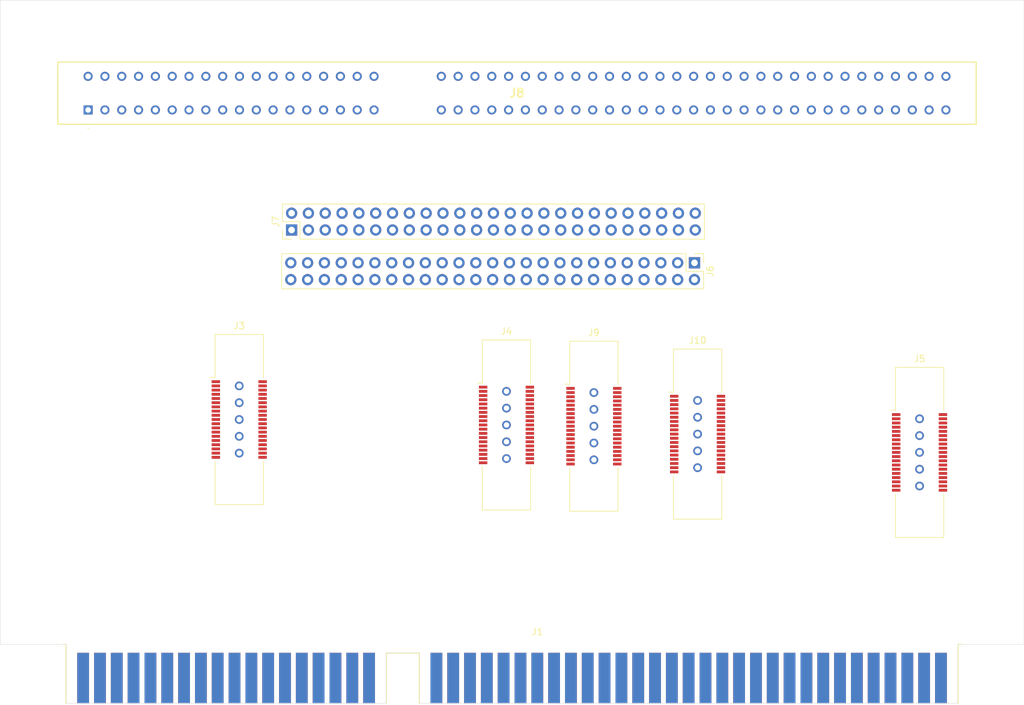
<source format=kicad_pcb>
(kicad_pcb (version 20241229) (generator "pcbnew") (generator_version "9.0")
  (layers (0 "F.Cu" signal) (2 "B.Cu" signal) (13 "F.Paste" user) (15 "B.Paste" user) (5 "F.SilkS" user "F.Silkscreen") (7 "B.SilkS" user "B.Silkscreen") (1 "F.Mask" user) (3 "B.Mask" user) (25 "Edge.Cuts" user))
  (net 0 "")
  (net 6 "MEMW")
  (net 7 "DACK3")
  (net 8 "MEMR")
  (net 11 "IRQ3")
  (net 13 "DRQ1")
  (net 14 "IRQ5")
  (net 21 "IRQ6")
  (net 23 "IRQ7")
  (net 25 "DRQ3")
  (net 26 "GND")
  (net 29 "IOW")
  (net 31 "ALE")
  (net 32 "DACK2")
  (net 34 "RESET")
  (net 35 "TC")
  (net 39 "REFRESH")
  (net 43 "BCLK")
  (net 45 "IOR")
  (net 46 "DACK1")
  (net 49 "IRQ4")
  (net 50 "OSC")
  (net 51 "DRQ2")
  (net 53 "IRQ2")
  (net 55 "VREF")
  (net 56 "MASTER")
  (net 57 "SBHE")
  (net 59 "IOCHK")
  (net 60 "IOCHRDY")
  (net 61 "AEN")
  (net 62 "DRQ7")
  (net 65 "DRQ5")
  (net 66 "DRQ0")
  (net 75 "DACK6")
  (net 76 "DACK0")
  (net 77 "DRQ6")
  (net 82 "DACK7")
  (net 85 "DACK5")
  (net 86 "RESERVED")
  (net 90 "IRQ12")
  (net 92 "IRQ10")
  (net 93 "IRQ15")
  (net 98 "IRQ11")
  (net 99 "IRQ14")
  (net 101 "IRQ9")
  (net 104 "ADDR1")
  (net 105 "ADDR13")
  (net 107 "ADDR8")
  (net 108 "ADDR18")
  (net 109 "ADDR12")
  (net 110 "ADDR3")
  (net 113 "Net-(J1-BA12)")
  (net 114 "Net-(J1-DRQ0)")
  (net 115 "ADDR11")
  (net 116 "Net-(J1-D15)")
  (net 117 "Net-(J1--12V)")
  (net 118 "ADDR21")
  (net 119 "Net-(J1-~{DACK7})")
  (net 120 "Net-(J1-BA04)")
  (net 121 "Net-(J1-DB3)")
  (net 122 "Net-(J1-LA23)")
  (net 123 "Net-(J1-~{MEMCS16})")
  (net 124 "ADDR5")
  (net 125 "Net-(J6-Pin_31)")
  (net 126 "Net-(J1-D13)")
  (net 127 "Net-(J1-BA01)")
  (net 128 "Net-(J1-BA19)")
  (net 129 "Net-(J1-D12)")
  (net 130 "Net-(J1--5V)")
  (net 131 "ADDR22")
  (net 132 "Net-(J1-BA06)")
  (net 133 "Net-(J1-LA17)")
  (net 134 "Net-(J1-DB5)")
  (net 135 "Net-(J1-BA14)")
  (net 136 "VTT")
  (net 137 "ADDR4")
  (net 138 "ADDR15")
  (net 139 "ADDR19")
  (net 140 "ADDR16")
  (net 141 "Net-(J1-DRQ7)")
  (net 142 "Net-(J1-BA10)")
  (net 143 "Net-(J1-+12V)")
  (net 144 "Net-(J1-BA05)")
  (net 145 "Net-(J1-DB1)")
  (net 146 "Net-(J1-D10)")
  (net 147 "Net-(J6-Pin_50)")
  (net 148 "Net-(J1-D14)")
  (net 149 "Net-(J1-BA11)")
  (net 150 "ADDR9")
  (net 151 "Net-(J1-UNUSED)")
  (net 152 "Net-(J1-SBHE)")
  (net 153 "Net-(J1-IRQ15)")
  (net 154 "Net-(J1-LA20)")
  (net 155 "Net-(J1-BA15)")
  (net 156 "Net-(J1-D8)")
  (net 157 "ADDR0")
  (net 158 "ADDR10")
  (net 159 "Net-(J6-Pin_3)")
  (net 160 "ADDR23")
  (net 161 "Net-(J1-~{IOCS16})")
  (net 162 "Net-(J1-DB4)")
  (net 163 "Net-(J1-BA16)")
  (net 164 "Net-(J1-BA03)")
  (net 165 "Net-(J1-BA02)")
  (net 166 "Net-(J1-LA19)")
  (net 167 "Net-(J1-DB2)")
  (net 168 "Net-(J1-~{DACK5})")
  (net 169 "Net-(J1-IO_READY)")
  (net 170 "Net-(J1-BA07)")
  (net 171 "Net-(J1-LA18)")
  (net 172 "Net-(J1-IO)")
  (net 173 "Net-(J1-DB6)")
  (net 174 "Net-(J1-BA00)")
  (net 175 "Net-(J1-DRQ5)")
  (net 176 "Net-(J1-D9)")
  (net 177 "Net-(J1-IRQ12)")
  (net 178 "Net-(J1-BA09)")
  (net 179 "ADDR2")
  (net 180 "ADDR20")
  (net 181 "Net-(J1-BA17)")
  (net 182 "Net-(J6-Pin_48)")
  (net 183 "Net-(J1-IRQ10)")
  (net 184 "Net-(J1-LA22)")
  (net 185 "ADDR7")
  (net 186 "ADDR17")
  (net 187 "Net-(J1-BA18)")
  (net 188 "Net-(J1-DB0)")
  (net 189 "Net-(J1-D11)")
  (net 190 "Net-(J1-AEN)")
  (net 191 "ADDR14")
  (net 192 "Net-(J1-DRQ6)")
  (net 193 "Net-(J1-~{DACK0})")
  (net 194 "Net-(J1-BA13)")
  (net 195 "Net-(J1-DB7)")
  (net 196 "ADDR6")
  (net 197 "Net-(J1-IRQ11)")
  (net 198 "DATA11")
  (net 199 "Net-(J1-BA08)")
  (net 200 "Net-(J1-MASTER)")
  (net 201 "Net-(J1-IRQ14)")
  (net 202 "Net-(J1-VCC)")
  (net 203 "Net-(J1-LA21)")
  (net 204 "DATA4")
  (net 205 "DATA0")
  (net 206 "DATA10")
  (net 207 "Net-(J6-Pin_10)")
  (net 208 "Net-(J1-~{DACK6})")
  (net 209 "DATA14")
  (net 210 "DATA8")
  (net 211 "DATA15")
  (net 212 "DATA9")
  (net 213 "DATA13")
  (net 214 "DATA7")
  (net 215 "DATA1")
  (net 216 "DATA6")
  (net 217 "DATA2")
  (net 218 "DATA3")
  (net 219 "DATA12")
  (net 220 "DATA5")
  (footprint "Connector_PinHeader_2.54mm:PinHeader_2x25_P2.54mm_Vertical" (layer "F.Cu") (at 143.82 89.69 -90)
    (property "Reference" "J6")
    (property "Value" "Conn_01x50_Pin")
  )
  (footprint "Connector_TE-Connectivity:TE_5767171-1_2x19_P0.635mm_Vertical" (layer "F.Cu") (at 115.43 114.205)
    (property "Reference" "J4")
    (property "Value" "5767061-1")
  )
  (footprint "Connector_PCBEdge:BUS_AT" (layer "F.Cu") (at 181.040001 152.440001)
    (property "Reference" "J1")
    (property "Value" "Bus_ISA_16bit")
  )
  (footprint "Connector_TE-Connectivity:TE_5767171-1_2x19_P0.635mm_Vertical" (layer "F.Cu") (at 128.63 114.39)
    (property "Reference" "J9")
    (property "Value" "5767061-1")
  )
  (footprint "Connector_PinHeader_2.54mm:PinHeader_2x25_P2.54mm_Vertical" (layer "F.Cu") (at 82.98 84.73 90)
    (property "Reference" "J7")
    (property "Value" "Conn_01x50_Pin")
  )
  (footprint "Connector_TE-Connectivity:TE_5767171-1_2x19_P0.635mm_Vertical" (layer "F.Cu") (at 144.29 115.580001)
    (property "Reference" "J10")
    (property "Value" "5767061-1")
  )
  (footprint "Connector_TE-Connectivity:TE_5767171-1_2x19_P0.635mm_Vertical" (layer "F.Cu") (at 177.81 118.35)
    (property "Reference" "J5")
    (property "Value" "5767061-1")
  )
  (footprint "Connector_TE-Connectivity:TE_5767171-1_2x19_P0.635mm_Vertical" (layer "F.Cu") (at 75.07 113.380001)
    (property "Reference" "J3")
    (property "Value" "5767061-1")
  )
  (footprint "LibraryLoader:395098524300" (layer "F.Cu") (at 52.25 66.59)
    (property "Reference" "J8")
    (property "Value" "395-098-524-300" (hide yes))
  )
  (gr_line (start 38.97 147.35) (end 38.97 50) (stroke (width 0.05)) (layer "Edge.Cuts"))
  (gr_line (start 38.97 50) (end 193.58 50) (stroke (width 0.05)) (layer "Edge.Cuts"))
  (gr_line (start 193.58 50) (end 193.58 147.36) (stroke (width 0.05)) (layer "Edge.Cuts"))
  (gr_line (start 48.97 156.25) (end 48.97 147.35) (stroke (width 0.05)) (layer "Edge.Cuts"))
  (gr_line (start 102.3 148.64) (end 97.24 148.64) (stroke (width 0.05)) (layer "Edge.Cuts"))
  (gr_line (start 183.58 156.26) (end 102.3 156.26) (stroke (width 0.05)) (layer "Edge.Cuts"))
  (gr_line (start 183.58 147.36) (end 193.58 147.36) (stroke (width 0.05)) (layer "Edge.Cuts"))
  (gr_line (start 183.58 147.36) (end 183.58 156.26) (stroke (width 0.05)) (layer "Edge.Cuts"))
  (gr_line (start 97.24 156.25) (end 48.97 156.25) (stroke (width 0.05)) (layer "Edge.Cuts"))
  (gr_line (start 97.24 156.24) (end 97.24 156.25) (stroke (width 0.05)) (layer "Edge.Cuts"))
  (gr_line (start 102.3 156.26) (end 102.3 148.64) (stroke (width 0.05)) (layer "Edge.Cuts"))
  (gr_line (start 97.24 148.64) (end 97.24 156.24) (stroke (width 0.05)) (layer "Edge.Cuts"))
  (gr_line (start 48.97 147.35) (end 38.97 147.35) (stroke (width 0.05)) (layer "Edge.Cuts"))
)
</source>
